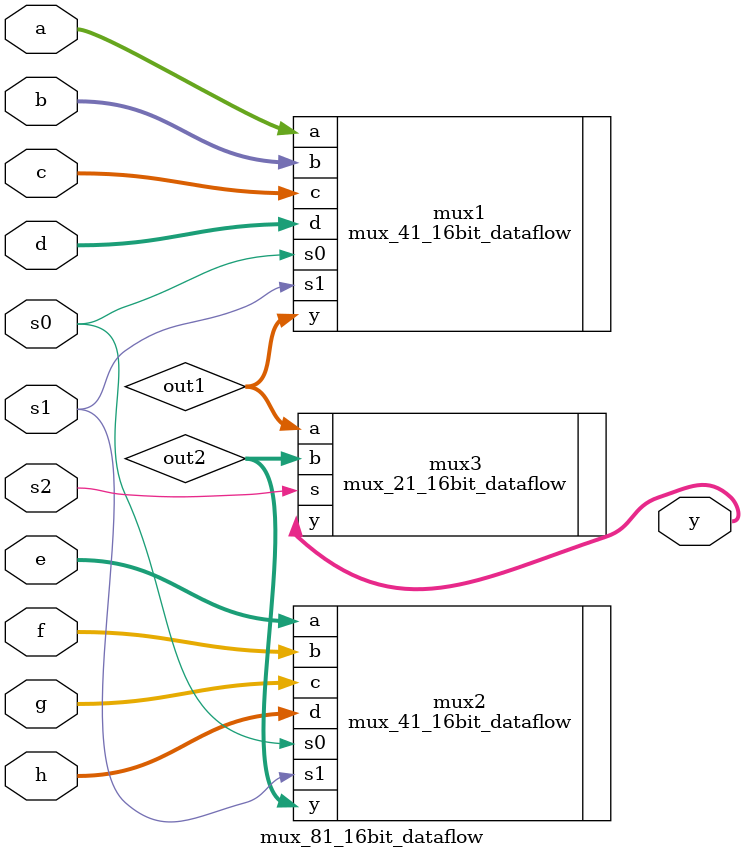
<source format=v>
module mux_81_16bit_dataflow (y, s2, s1, s0, a, b, c, d, e, f, g, h);

output [15:0] y;
input [15:0] a, b, c, d, e, f, g, h;
input s2, s1, s0;

wire [15:0] out1, out2;

mux_41_16bit_dataflow mux1 (.y(out1), .s1(s1), .s0(s0), .a(a), .b(b), .c(c), .d(d));
mux_41_16bit_dataflow mux2 (.y(out2), .s1(s1), .s0(s0), .a(e), .b(f), .c(g), .d(h));

mux_21_16bit_dataflow mux3 (.y(y), .s(s2), .a(out1), .b(out2));

endmodule
</source>
